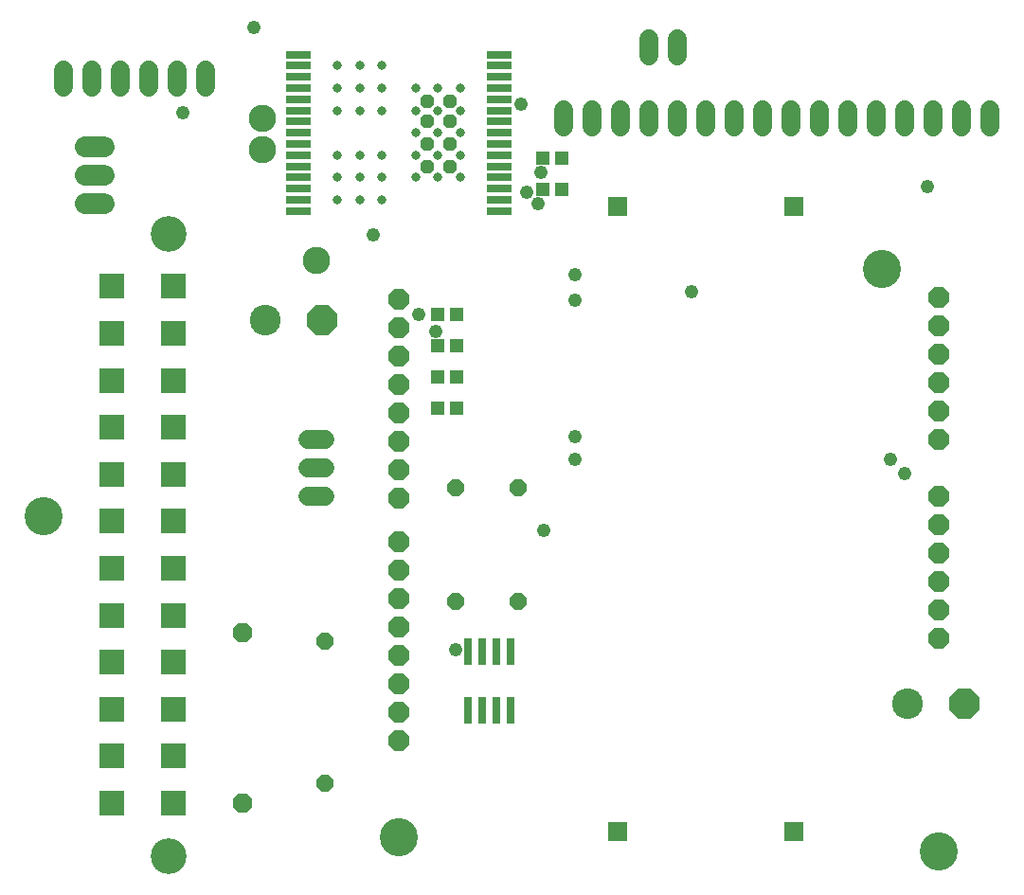
<source format=gts>
G75*
G70*
%OFA0B0*%
%FSLAX24Y24*%
%IPPOS*%
%LPD*%
%AMOC8*
5,1,8,0,0,1.08239X$1,22.5*
%
%ADD10C,0.1340*%
%ADD11C,0.0680*%
%ADD12R,0.0674X0.0674*%
%ADD13OC8,0.0680*%
%ADD14R,0.0907X0.0907*%
%ADD15C,0.1261*%
%ADD16C,0.0674*%
%ADD17OC8,0.0600*%
%ADD18R,0.0867X0.0280*%
%ADD19R,0.0866X0.0276*%
%ADD20C,0.0315*%
%ADD21R,0.0474X0.0513*%
%ADD22C,0.1080*%
%ADD23OC8,0.1080*%
%ADD24OC8,0.0740*%
%ADD25R,0.0316X0.0946*%
%ADD26C,0.0740*%
%ADD27C,0.0966*%
%ADD28C,0.0480*%
%ADD29OC8,0.0476*%
D10*
X013619Y008910D03*
X001101Y020206D03*
X030619Y028910D03*
X032619Y008410D03*
D11*
X032401Y033906D02*
X032401Y034506D01*
X033401Y034506D02*
X033401Y033906D01*
X034401Y033906D02*
X034401Y034506D01*
X031401Y034506D02*
X031401Y033906D01*
X030401Y033906D02*
X030401Y034506D01*
X029401Y034506D02*
X029401Y033906D01*
X028401Y033906D02*
X028401Y034506D01*
X027401Y034506D02*
X027401Y033906D01*
X026401Y033906D02*
X026401Y034506D01*
X025401Y034506D02*
X025401Y033906D01*
X024401Y033906D02*
X024401Y034506D01*
X023401Y034506D02*
X023401Y033906D01*
X022401Y033906D02*
X022401Y034506D01*
X021401Y034506D02*
X021401Y033906D01*
X020401Y033906D02*
X020401Y034506D01*
X019401Y034506D02*
X019401Y033906D01*
X006801Y035306D02*
X006801Y035906D01*
X005801Y035906D02*
X005801Y035306D01*
X004801Y035306D02*
X004801Y035906D01*
X003801Y035906D02*
X003801Y035306D01*
X002801Y035306D02*
X002801Y035906D01*
X001801Y035906D02*
X001801Y035306D01*
D12*
X021301Y031106D03*
X027501Y031106D03*
X027501Y009106D03*
X021301Y009106D03*
D13*
X008101Y010106D03*
X008101Y016106D03*
D14*
X005683Y016726D03*
X005683Y015072D03*
X005683Y013419D03*
X005683Y011765D03*
X005683Y010112D03*
X003518Y010112D03*
X003518Y011765D03*
X003518Y013419D03*
X003518Y015072D03*
X003518Y016726D03*
X003518Y018380D03*
X003518Y020033D03*
X003518Y021687D03*
X003518Y023340D03*
X003518Y024994D03*
X003518Y026647D03*
X003518Y028301D03*
X005683Y028301D03*
X005683Y026647D03*
X005683Y024994D03*
X005683Y023340D03*
X005683Y021687D03*
X005683Y020033D03*
X005683Y018380D03*
D15*
X005502Y008261D03*
X005502Y030151D03*
D16*
X010404Y022906D02*
X010998Y022906D01*
X010998Y021906D02*
X010404Y021906D01*
X010404Y020906D02*
X010998Y020906D01*
X022401Y036409D02*
X022401Y037003D01*
X023401Y037003D02*
X023401Y036409D01*
D17*
X017801Y021206D03*
X015601Y021206D03*
X015601Y017206D03*
X017801Y017206D03*
X011001Y015806D03*
X011001Y010806D03*
D18*
X010057Y031344D03*
X010057Y031738D03*
X010057Y032131D03*
X010057Y032525D03*
X010057Y033313D03*
X010057Y034100D03*
X010057Y034887D03*
X010057Y035281D03*
X010057Y035675D03*
X010057Y036069D03*
X017144Y036069D03*
X017144Y035281D03*
X017144Y034887D03*
X017144Y034494D03*
X017144Y034100D03*
X017144Y033706D03*
X017144Y033313D03*
X017144Y032919D03*
X017144Y032525D03*
X017144Y032131D03*
X017144Y031344D03*
D19*
X017142Y030950D03*
X017142Y031738D03*
X017142Y035675D03*
X017142Y036462D03*
X010059Y036462D03*
X010059Y034494D03*
X010059Y033706D03*
X010059Y032919D03*
X010059Y030950D03*
D20*
X011435Y031344D03*
X011435Y032131D03*
X012223Y032131D03*
X012223Y031344D03*
X013010Y031344D03*
X013010Y032131D03*
X013010Y032919D03*
X012223Y032919D03*
X011435Y032919D03*
X011435Y034494D03*
X011435Y035281D03*
X011435Y036069D03*
X012223Y036069D03*
X013010Y036069D03*
X013010Y035281D03*
X012223Y035281D03*
X012223Y034494D03*
X013010Y034494D03*
X014191Y034494D03*
X014191Y035281D03*
X014979Y035281D03*
X015766Y035281D03*
X015766Y034494D03*
X014979Y034494D03*
X014979Y033706D03*
X014979Y032919D03*
X015766Y032919D03*
X015766Y033706D03*
X015766Y032131D03*
X014979Y032131D03*
X014191Y032131D03*
X014191Y032919D03*
X014191Y033706D03*
D21*
X018666Y032806D03*
X019335Y032806D03*
X019335Y031706D03*
X018666Y031706D03*
X015635Y027306D03*
X014966Y027306D03*
X014966Y026206D03*
X015635Y026206D03*
X015635Y025106D03*
X014966Y025106D03*
X014966Y024006D03*
X015635Y024006D03*
D22*
X008901Y027106D03*
X031501Y013606D03*
D23*
X033501Y013606D03*
X010901Y027106D03*
D24*
X013601Y026856D03*
X013601Y027856D03*
X013601Y025856D03*
X013601Y024856D03*
X013601Y023856D03*
X013601Y022856D03*
X013601Y021856D03*
X013601Y020856D03*
X013601Y019306D03*
X013601Y018306D03*
X013601Y017306D03*
X013601Y016306D03*
X013601Y015306D03*
X013601Y014306D03*
X013601Y013306D03*
X013601Y012306D03*
X032601Y015906D03*
X032601Y016906D03*
X032601Y017906D03*
X032601Y018906D03*
X032601Y019906D03*
X032601Y020906D03*
X032601Y022906D03*
X032601Y023906D03*
X032601Y024906D03*
X032601Y025906D03*
X032601Y026906D03*
X032601Y027906D03*
D25*
X017551Y015430D03*
X017051Y015430D03*
X016551Y015430D03*
X016051Y015430D03*
X016051Y013383D03*
X016551Y013383D03*
X017051Y013383D03*
X017551Y013383D03*
D26*
X003231Y031206D02*
X002571Y031206D01*
X002571Y032206D02*
X003231Y032206D01*
X003231Y033206D02*
X002571Y033206D01*
D27*
X008801Y033106D03*
X008801Y034206D03*
X010701Y029206D03*
D28*
X012701Y030106D03*
X014301Y027306D03*
X014901Y026706D03*
X018501Y031206D03*
X018101Y031606D03*
X018601Y032306D03*
X017901Y034706D03*
X019801Y028706D03*
X019801Y027806D03*
X023901Y028106D03*
X019801Y023006D03*
X019801Y022206D03*
X018701Y019706D03*
X015601Y015506D03*
X030901Y022206D03*
X031401Y021706D03*
X032201Y031806D03*
X008501Y037406D03*
X006001Y034406D03*
D29*
X014601Y034106D03*
X014601Y034806D03*
X014601Y034806D03*
X015401Y034806D03*
X015401Y034106D03*
X015401Y033306D03*
X015401Y032506D03*
X014601Y032506D03*
X014601Y033306D03*
M02*

</source>
